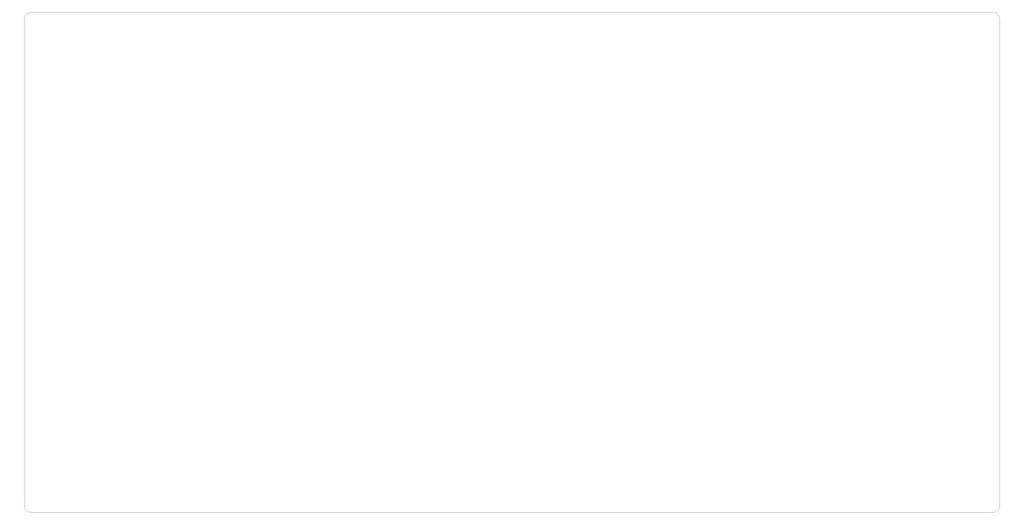
<source format=gbr>
%TF.GenerationSoftware,KiCad,Pcbnew,(6.0.1)*%
%TF.CreationDate,2022-07-11T22:10:01-04:00*%
%TF.ProjectId,Model K Pico-0.2,4d6f6465-6c20-44b2-9050-69636f2d302e,rev?*%
%TF.SameCoordinates,Original*%
%TF.FileFunction,Profile,NP*%
%FSLAX46Y46*%
G04 Gerber Fmt 4.6, Leading zero omitted, Abs format (unit mm)*
G04 Created by KiCad (PCBNEW (6.0.1)) date 2022-07-11 22:10:01*
%MOMM*%
%LPD*%
G01*
G04 APERTURE LIST*
%TA.AperFunction,Profile*%
%ADD10C,0.100000*%
%TD*%
G04 APERTURE END LIST*
D10*
X58735001Y-29404999D02*
G75*
G03*
X56735000Y-31405000I1J-2000002D01*
G01*
X58735001Y-29404999D02*
X366804999Y-29404999D01*
X56734999Y-187405786D02*
G75*
G03*
X58735000Y-189405787I2000002J1D01*
G01*
X56734999Y-187405786D02*
X56734999Y-31405000D01*
X366804999Y-189405787D02*
X58735000Y-189405787D01*
X366804999Y-189405787D02*
G75*
G03*
X368805000Y-187405786I-1J2000002D01*
G01*
X368805000Y-31405000D02*
X368805000Y-187405786D01*
X368805000Y-31405000D02*
G75*
G03*
X366804999Y-29404999I-2000002J-1D01*
G01*
M02*

</source>
